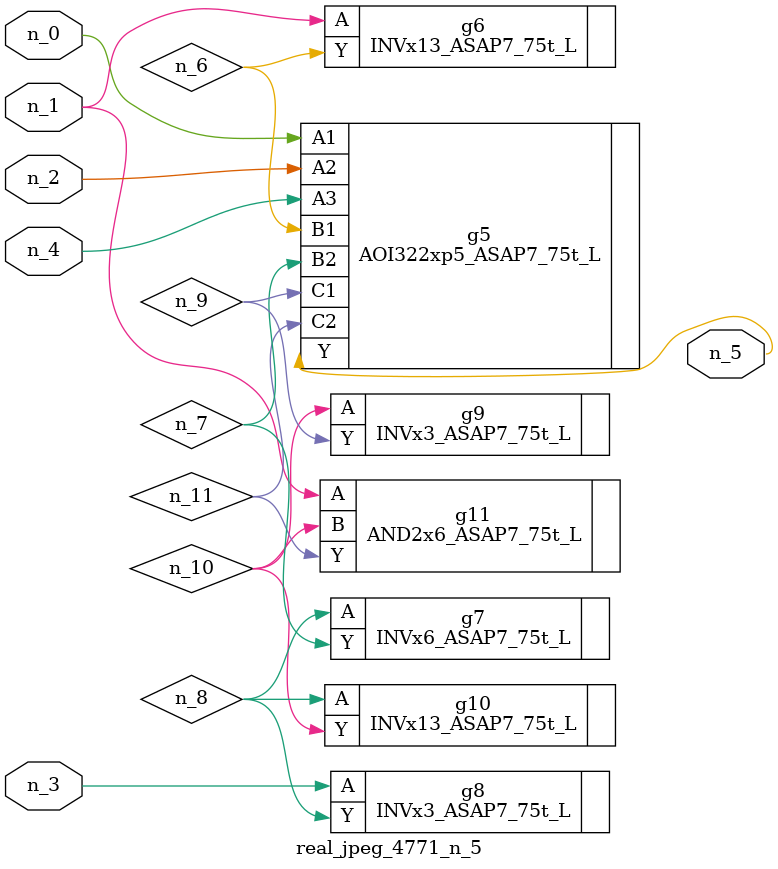
<source format=v>
module real_jpeg_4771_n_5 (n_4, n_0, n_1, n_2, n_3, n_5);

input n_4;
input n_0;
input n_1;
input n_2;
input n_3;

output n_5;

wire n_8;
wire n_11;
wire n_6;
wire n_7;
wire n_10;
wire n_9;

AOI322xp5_ASAP7_75t_L g5 ( 
.A1(n_0),
.A2(n_2),
.A3(n_4),
.B1(n_6),
.B2(n_7),
.C1(n_9),
.C2(n_11),
.Y(n_5)
);

INVx13_ASAP7_75t_L g6 ( 
.A(n_1),
.Y(n_6)
);

AND2x6_ASAP7_75t_L g11 ( 
.A(n_1),
.B(n_10),
.Y(n_11)
);

INVx3_ASAP7_75t_L g8 ( 
.A(n_3),
.Y(n_8)
);

INVx6_ASAP7_75t_L g7 ( 
.A(n_8),
.Y(n_7)
);

INVx13_ASAP7_75t_L g10 ( 
.A(n_8),
.Y(n_10)
);

INVx3_ASAP7_75t_L g9 ( 
.A(n_10),
.Y(n_9)
);


endmodule
</source>
